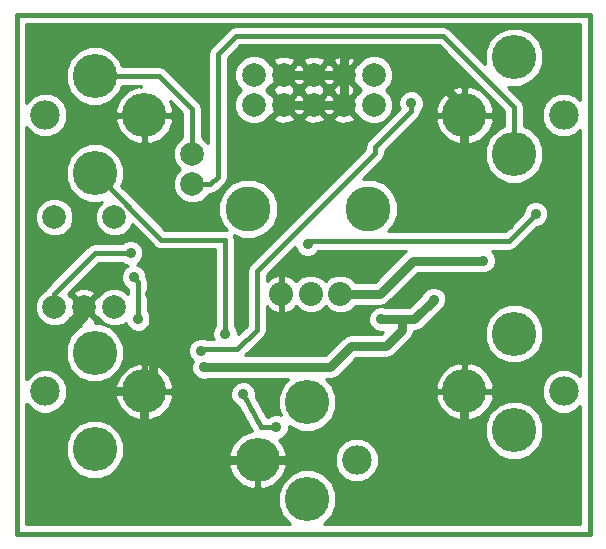
<source format=gbl>
G04 (created by PCBNEW-RS274X (2012-apr-16-27)-stable) date Thu 18 Jun 2015 14:48:37 CEST*
G01*
G70*
G90*
%MOIN*%
G04 Gerber Fmt 3.4, Leading zero omitted, Abs format*
%FSLAX34Y34*%
G04 APERTURE LIST*
%ADD10C,0.006000*%
%ADD11C,0.015000*%
%ADD12O,0.147600X0.147600*%
%ADD13O,0.098400X0.098400*%
%ADD14O,0.080000X0.080000*%
%ADD15C,0.150000*%
%ADD16C,0.078700*%
%ADD17C,0.035000*%
%ADD18C,0.015700*%
%ADD19C,0.031500*%
%ADD20C,0.010000*%
G04 APERTURE END LIST*
G54D10*
G54D11*
X42950Y-15550D02*
X43400Y-15550D01*
X43000Y-15550D02*
X62050Y-15550D01*
X42950Y-32850D02*
X42950Y-15600D01*
X62050Y-32850D02*
X42950Y-32850D01*
X62050Y-15600D02*
X62050Y-32850D01*
G54D12*
X57875Y-18898D03*
X59528Y-16969D03*
X59528Y-20197D03*
G54D13*
X61181Y-18898D03*
G54D12*
X47204Y-18898D03*
X45551Y-20827D03*
X45551Y-17599D03*
G54D13*
X43898Y-18898D03*
G54D14*
X51773Y-24852D03*
X52757Y-24852D03*
X53741Y-24852D03*
G54D15*
X50668Y-22025D03*
X54658Y-22025D03*
G54D16*
X50850Y-18550D03*
X50850Y-17550D03*
X51850Y-18550D03*
X51850Y-17550D03*
X52850Y-18550D03*
X52850Y-17550D03*
X53850Y-18550D03*
X53850Y-17550D03*
X54850Y-18550D03*
X54850Y-17550D03*
X48800Y-20200D03*
X48800Y-21200D03*
X44200Y-25300D03*
X45200Y-25300D03*
X46200Y-25300D03*
X46200Y-22300D03*
X44200Y-22300D03*
G54D12*
X57875Y-28110D03*
X59528Y-26181D03*
X59528Y-29409D03*
G54D13*
X61181Y-28110D03*
G54D12*
X50979Y-30394D03*
X52632Y-28465D03*
X52632Y-31693D03*
G54D13*
X54285Y-30394D03*
G54D12*
X47204Y-28111D03*
X45551Y-30040D03*
X45551Y-26812D03*
G54D13*
X43898Y-28111D03*
G54D17*
X58500Y-23750D03*
X49200Y-27300D03*
X55100Y-25700D03*
X56850Y-25050D03*
X59350Y-22550D03*
X47400Y-24850D03*
X52650Y-23200D03*
X60250Y-22200D03*
X46850Y-24300D03*
X47000Y-25700D03*
X49100Y-26750D03*
X56100Y-18500D03*
X51600Y-29300D03*
X50500Y-28200D03*
X46750Y-23500D03*
X49900Y-26200D03*
G54D18*
X57150Y-16250D02*
X50250Y-16250D01*
X59528Y-18628D02*
X57150Y-16250D01*
X45551Y-17599D02*
X47699Y-17599D01*
X48800Y-18700D02*
X48800Y-20200D01*
X47699Y-17599D02*
X48800Y-18700D01*
X59528Y-20197D02*
X59528Y-18628D01*
X49400Y-21200D02*
X48800Y-21200D01*
X49650Y-20950D02*
X49400Y-21200D01*
X49650Y-16850D02*
X49650Y-20950D01*
X50250Y-16250D02*
X49650Y-16850D01*
G54D19*
X53741Y-24852D02*
X55048Y-24852D01*
X55048Y-24852D02*
X56150Y-23750D01*
X56150Y-23750D02*
X58500Y-23750D01*
X56850Y-25050D02*
X56200Y-25700D01*
X49200Y-27300D02*
X53400Y-27300D01*
X53400Y-27300D02*
X54100Y-26600D01*
X54100Y-26600D02*
X55250Y-26600D01*
X55250Y-26600D02*
X55800Y-26050D01*
X55800Y-26050D02*
X55800Y-25700D01*
X56200Y-25700D02*
X55800Y-25700D01*
X55800Y-25700D02*
X55100Y-25700D01*
X47400Y-24850D02*
X47500Y-24950D01*
X50979Y-30394D02*
X52994Y-30394D01*
X53850Y-17000D02*
X53850Y-17550D01*
X57875Y-18625D02*
X56000Y-16750D01*
X48650Y-30700D02*
X47204Y-29254D01*
X52994Y-30394D02*
X54100Y-31500D01*
X57875Y-18898D02*
X57875Y-18625D01*
X50979Y-30394D02*
X49556Y-30394D01*
X55900Y-31500D02*
X57875Y-29525D01*
X59350Y-22550D02*
X57875Y-21075D01*
X57875Y-21075D02*
X57875Y-18898D01*
X54100Y-31500D02*
X55900Y-31500D01*
X51850Y-17550D02*
X53850Y-17550D01*
X56000Y-16750D02*
X54100Y-16750D01*
X49250Y-30700D02*
X48650Y-30700D01*
X47204Y-29254D02*
X47204Y-28111D01*
X44400Y-26400D02*
X44400Y-27300D01*
X45211Y-28111D02*
X47204Y-28111D01*
X49556Y-30394D02*
X49250Y-30700D01*
X47500Y-27815D02*
X47204Y-28111D01*
X45200Y-25300D02*
X45200Y-25600D01*
X57875Y-29525D02*
X57875Y-28110D01*
X54100Y-16750D02*
X53850Y-17000D01*
X44400Y-27300D02*
X45211Y-28111D01*
X53850Y-18550D02*
X53850Y-17550D01*
X45200Y-25600D02*
X44400Y-26400D01*
X47500Y-24950D02*
X47500Y-27815D01*
X51850Y-18550D02*
X53850Y-18550D01*
G54D18*
X52650Y-23200D02*
X52750Y-23100D01*
X59350Y-23100D02*
X60250Y-22200D01*
X52750Y-23100D02*
X59350Y-23100D01*
X47000Y-24450D02*
X47000Y-25700D01*
X46850Y-24300D02*
X47000Y-24450D01*
X50300Y-26700D02*
X50950Y-26050D01*
X56100Y-18750D02*
X56100Y-18500D01*
X49100Y-26750D02*
X49150Y-26700D01*
X54900Y-20150D02*
X54900Y-19950D01*
X54900Y-19950D02*
X56100Y-18750D01*
X50950Y-26050D02*
X50950Y-24100D01*
X49150Y-26700D02*
X50300Y-26700D01*
X50950Y-24100D02*
X54900Y-20150D01*
X51100Y-29300D02*
X51600Y-29300D01*
X50500Y-28200D02*
X51100Y-29300D01*
X44200Y-25300D02*
X44200Y-24850D01*
X45550Y-23500D02*
X46750Y-23500D01*
X44200Y-24850D02*
X45550Y-23500D01*
X47774Y-23050D02*
X45551Y-20827D01*
X48600Y-23050D02*
X47774Y-23050D01*
X49900Y-23050D02*
X48600Y-23050D01*
X49900Y-23600D02*
X49900Y-23050D01*
X49900Y-24050D02*
X49900Y-23600D01*
X49900Y-24550D02*
X49900Y-24050D01*
X49900Y-26200D02*
X49900Y-24550D01*
G54D10*
G36*
X61725Y-32525D02*
X60497Y-32525D01*
X60497Y-29621D01*
X60497Y-29236D01*
X60497Y-29198D01*
X60350Y-28842D01*
X60077Y-28569D01*
X59721Y-28421D01*
X59336Y-28421D01*
X58980Y-28568D01*
X58847Y-28701D01*
X58847Y-28315D01*
X58847Y-27905D01*
X58695Y-27549D01*
X58418Y-27278D01*
X58079Y-27144D01*
X57925Y-27186D01*
X57925Y-28060D01*
X58805Y-28060D01*
X58847Y-27905D01*
X58847Y-28315D01*
X58805Y-28160D01*
X57925Y-28160D01*
X57925Y-29034D01*
X58079Y-29076D01*
X58418Y-28942D01*
X58695Y-28671D01*
X58847Y-28315D01*
X58847Y-28701D01*
X58707Y-28841D01*
X58559Y-29197D01*
X58559Y-29582D01*
X58559Y-29620D01*
X58706Y-29976D01*
X58979Y-30249D01*
X59335Y-30397D01*
X59720Y-30397D01*
X60076Y-30250D01*
X60349Y-29977D01*
X60497Y-29621D01*
X60497Y-32525D01*
X57825Y-32525D01*
X57825Y-29034D01*
X57825Y-28160D01*
X57825Y-28060D01*
X57825Y-27186D01*
X57671Y-27144D01*
X57332Y-27278D01*
X57055Y-27549D01*
X56903Y-27905D01*
X56945Y-28060D01*
X57825Y-28060D01*
X57825Y-28160D01*
X56945Y-28160D01*
X56903Y-28315D01*
X57055Y-28671D01*
X57332Y-28942D01*
X57671Y-29076D01*
X57825Y-29034D01*
X57825Y-32525D01*
X55013Y-32525D01*
X55013Y-30554D01*
X55013Y-30264D01*
X55013Y-30236D01*
X54902Y-29968D01*
X54698Y-29763D01*
X54431Y-29652D01*
X54141Y-29652D01*
X53873Y-29763D01*
X53668Y-29967D01*
X53557Y-30234D01*
X53557Y-30524D01*
X53557Y-30552D01*
X53668Y-30820D01*
X53872Y-31025D01*
X54139Y-31136D01*
X54429Y-31136D01*
X54697Y-31025D01*
X54902Y-30821D01*
X55013Y-30554D01*
X55013Y-32525D01*
X53189Y-32525D01*
X53453Y-32261D01*
X53601Y-31905D01*
X53601Y-31520D01*
X53601Y-31482D01*
X53454Y-31126D01*
X53181Y-30853D01*
X52825Y-30705D01*
X52440Y-30705D01*
X52084Y-30852D01*
X51951Y-30985D01*
X51951Y-30599D01*
X51909Y-30444D01*
X51029Y-30444D01*
X51029Y-31318D01*
X51183Y-31360D01*
X51522Y-31226D01*
X51799Y-30955D01*
X51951Y-30599D01*
X51951Y-30985D01*
X51811Y-31125D01*
X51663Y-31481D01*
X51663Y-31866D01*
X51663Y-31904D01*
X51810Y-32260D01*
X52075Y-32525D01*
X50929Y-32525D01*
X50929Y-31318D01*
X50929Y-30444D01*
X50049Y-30444D01*
X50007Y-30599D01*
X50159Y-30955D01*
X50436Y-31226D01*
X50775Y-31360D01*
X50929Y-31318D01*
X50929Y-32525D01*
X48176Y-32525D01*
X48176Y-28316D01*
X48176Y-27906D01*
X48024Y-27550D01*
X47747Y-27279D01*
X47425Y-27151D01*
X47425Y-25785D01*
X47425Y-25616D01*
X47361Y-25460D01*
X47328Y-25427D01*
X47328Y-24450D01*
X47303Y-24325D01*
X47303Y-24324D01*
X47275Y-24282D01*
X47275Y-24216D01*
X47211Y-24060D01*
X47091Y-23940D01*
X46945Y-23879D01*
X46990Y-23861D01*
X47110Y-23741D01*
X47175Y-23585D01*
X47175Y-23416D01*
X47111Y-23260D01*
X46991Y-23140D01*
X46835Y-23075D01*
X46666Y-23075D01*
X46510Y-23139D01*
X46477Y-23172D01*
X45550Y-23172D01*
X45424Y-23197D01*
X45318Y-23268D01*
X44843Y-23743D01*
X44843Y-22429D01*
X44843Y-22173D01*
X44745Y-21937D01*
X44565Y-21756D01*
X44329Y-21657D01*
X44073Y-21657D01*
X43837Y-21755D01*
X43656Y-21935D01*
X43557Y-22171D01*
X43557Y-22427D01*
X43655Y-22663D01*
X43835Y-22844D01*
X44071Y-22943D01*
X44327Y-22943D01*
X44563Y-22845D01*
X44744Y-22665D01*
X44843Y-22429D01*
X44843Y-23743D01*
X43968Y-24618D01*
X43897Y-24724D01*
X43895Y-24730D01*
X43837Y-24755D01*
X43656Y-24935D01*
X43557Y-25171D01*
X43557Y-25427D01*
X43655Y-25663D01*
X43835Y-25844D01*
X44071Y-25943D01*
X44327Y-25943D01*
X44563Y-25845D01*
X44741Y-25667D01*
X44756Y-25673D01*
X45129Y-25300D01*
X44756Y-24927D01*
X44740Y-24932D01*
X44661Y-24852D01*
X45686Y-23828D01*
X46477Y-23828D01*
X46509Y-23860D01*
X46654Y-23920D01*
X46610Y-23939D01*
X46490Y-24059D01*
X46425Y-24215D01*
X46425Y-24384D01*
X46489Y-24540D01*
X46609Y-24660D01*
X46672Y-24686D01*
X46672Y-24863D01*
X46565Y-24756D01*
X46329Y-24657D01*
X46073Y-24657D01*
X45837Y-24755D01*
X45658Y-24932D01*
X45644Y-24927D01*
X45573Y-24998D01*
X45573Y-24856D01*
X45536Y-24752D01*
X45300Y-24665D01*
X45050Y-24675D01*
X44864Y-24752D01*
X44827Y-24856D01*
X45200Y-25229D01*
X45573Y-24856D01*
X45573Y-24998D01*
X45271Y-25300D01*
X45644Y-25673D01*
X45659Y-25667D01*
X45835Y-25844D01*
X46071Y-25943D01*
X46327Y-25943D01*
X46563Y-25845D01*
X46589Y-25818D01*
X46639Y-25940D01*
X46759Y-26060D01*
X46915Y-26125D01*
X47084Y-26125D01*
X47240Y-26061D01*
X47360Y-25941D01*
X47425Y-25785D01*
X47425Y-27151D01*
X47408Y-27145D01*
X47254Y-27187D01*
X47254Y-28061D01*
X48134Y-28061D01*
X48176Y-27906D01*
X48176Y-28316D01*
X48134Y-28161D01*
X47254Y-28161D01*
X47254Y-29035D01*
X47408Y-29077D01*
X47747Y-28943D01*
X48024Y-28672D01*
X48176Y-28316D01*
X48176Y-32525D01*
X47154Y-32525D01*
X47154Y-29035D01*
X47154Y-28161D01*
X47154Y-28061D01*
X47154Y-27187D01*
X47000Y-27145D01*
X46661Y-27279D01*
X46520Y-27416D01*
X46520Y-27024D01*
X46520Y-26639D01*
X46520Y-26601D01*
X46373Y-26245D01*
X46100Y-25972D01*
X45744Y-25824D01*
X45544Y-25824D01*
X45573Y-25744D01*
X45200Y-25371D01*
X44827Y-25744D01*
X44864Y-25848D01*
X45094Y-25933D01*
X45003Y-25971D01*
X44730Y-26244D01*
X44582Y-26600D01*
X44582Y-26985D01*
X44582Y-27023D01*
X44729Y-27379D01*
X45002Y-27652D01*
X45358Y-27800D01*
X45743Y-27800D01*
X46099Y-27653D01*
X46372Y-27380D01*
X46520Y-27024D01*
X46520Y-27416D01*
X46384Y-27550D01*
X46232Y-27906D01*
X46274Y-28061D01*
X47154Y-28061D01*
X47154Y-28161D01*
X46274Y-28161D01*
X46232Y-28316D01*
X46384Y-28672D01*
X46661Y-28943D01*
X47000Y-29077D01*
X47154Y-29035D01*
X47154Y-32525D01*
X46520Y-32525D01*
X46520Y-30252D01*
X46520Y-29867D01*
X46520Y-29829D01*
X46373Y-29473D01*
X46100Y-29200D01*
X45744Y-29052D01*
X45359Y-29052D01*
X45003Y-29199D01*
X44730Y-29472D01*
X44582Y-29828D01*
X44582Y-30213D01*
X44582Y-30251D01*
X44729Y-30607D01*
X45002Y-30880D01*
X45358Y-31028D01*
X45743Y-31028D01*
X46099Y-30881D01*
X46372Y-30608D01*
X46520Y-30252D01*
X46520Y-32525D01*
X43275Y-32525D01*
X43275Y-28522D01*
X43281Y-28537D01*
X43485Y-28742D01*
X43752Y-28853D01*
X44042Y-28853D01*
X44310Y-28742D01*
X44515Y-28538D01*
X44626Y-28271D01*
X44626Y-27981D01*
X44626Y-27953D01*
X44515Y-27685D01*
X44311Y-27480D01*
X44044Y-27369D01*
X43754Y-27369D01*
X43486Y-27480D01*
X43281Y-27684D01*
X43275Y-27698D01*
X43275Y-19309D01*
X43281Y-19324D01*
X43485Y-19529D01*
X43752Y-19640D01*
X44042Y-19640D01*
X44310Y-19529D01*
X44515Y-19325D01*
X44626Y-19058D01*
X44626Y-18768D01*
X44626Y-18740D01*
X44515Y-18472D01*
X44311Y-18267D01*
X44044Y-18156D01*
X43754Y-18156D01*
X43486Y-18267D01*
X43281Y-18471D01*
X43275Y-18485D01*
X43275Y-15875D01*
X43400Y-15875D01*
X61725Y-15875D01*
X61725Y-18398D01*
X61594Y-18267D01*
X61327Y-18156D01*
X61037Y-18156D01*
X60769Y-18267D01*
X60564Y-18471D01*
X60453Y-18738D01*
X60453Y-19028D01*
X60453Y-19056D01*
X60564Y-19324D01*
X60768Y-19529D01*
X61035Y-19640D01*
X61325Y-19640D01*
X61593Y-19529D01*
X61725Y-19397D01*
X61725Y-27610D01*
X61594Y-27479D01*
X61327Y-27368D01*
X61037Y-27368D01*
X60769Y-27479D01*
X60675Y-27572D01*
X60675Y-22285D01*
X60675Y-22116D01*
X60611Y-21960D01*
X60497Y-21846D01*
X60497Y-20409D01*
X60497Y-20024D01*
X60497Y-19986D01*
X60350Y-19630D01*
X60077Y-19357D01*
X59856Y-19265D01*
X59856Y-18628D01*
X59855Y-18627D01*
X59831Y-18502D01*
X59760Y-18396D01*
X59759Y-18395D01*
X59311Y-17947D01*
X59335Y-17957D01*
X59720Y-17957D01*
X60076Y-17810D01*
X60349Y-17537D01*
X60497Y-17181D01*
X60497Y-16796D01*
X60497Y-16758D01*
X60350Y-16402D01*
X60077Y-16129D01*
X59721Y-15981D01*
X59336Y-15981D01*
X58980Y-16128D01*
X58707Y-16401D01*
X58559Y-16757D01*
X58559Y-17142D01*
X58559Y-17180D01*
X58569Y-17205D01*
X57382Y-16018D01*
X57276Y-15947D01*
X57150Y-15922D01*
X50250Y-15922D01*
X50124Y-15947D01*
X50018Y-16018D01*
X49418Y-16618D01*
X49347Y-16724D01*
X49322Y-16850D01*
X49322Y-19813D01*
X49165Y-19656D01*
X49128Y-19640D01*
X49128Y-18700D01*
X49103Y-18575D01*
X49103Y-18574D01*
X49032Y-18468D01*
X47931Y-17367D01*
X47825Y-17296D01*
X47699Y-17271D01*
X46471Y-17271D01*
X46373Y-17032D01*
X46100Y-16759D01*
X45744Y-16611D01*
X45359Y-16611D01*
X45003Y-16758D01*
X44730Y-17031D01*
X44582Y-17387D01*
X44582Y-17772D01*
X44582Y-17810D01*
X44729Y-18166D01*
X45002Y-18439D01*
X45358Y-18587D01*
X45743Y-18587D01*
X46099Y-18440D01*
X46372Y-18167D01*
X46471Y-17927D01*
X47104Y-17927D01*
X47104Y-17960D01*
X47000Y-17932D01*
X46661Y-18066D01*
X46384Y-18337D01*
X46232Y-18693D01*
X46274Y-18848D01*
X47104Y-18848D01*
X47154Y-18848D01*
X47254Y-18848D01*
X47304Y-18848D01*
X48134Y-18848D01*
X48176Y-18693D01*
X48062Y-18426D01*
X48472Y-18836D01*
X48472Y-19640D01*
X48437Y-19655D01*
X48256Y-19835D01*
X48176Y-20025D01*
X48176Y-19103D01*
X48134Y-18948D01*
X47254Y-18948D01*
X47254Y-19822D01*
X47408Y-19864D01*
X47747Y-19730D01*
X48024Y-19459D01*
X48176Y-19103D01*
X48176Y-20025D01*
X48157Y-20071D01*
X48157Y-20327D01*
X48255Y-20563D01*
X48391Y-20700D01*
X48256Y-20835D01*
X48157Y-21071D01*
X48157Y-21327D01*
X48255Y-21563D01*
X48435Y-21744D01*
X48671Y-21843D01*
X48927Y-21843D01*
X49163Y-21745D01*
X49344Y-21565D01*
X49359Y-21528D01*
X49400Y-21528D01*
X49525Y-21503D01*
X49526Y-21503D01*
X49632Y-21432D01*
X49882Y-21182D01*
X49953Y-21076D01*
X49978Y-20950D01*
X49978Y-16986D01*
X50386Y-16578D01*
X57014Y-16578D01*
X59200Y-18764D01*
X59200Y-19265D01*
X58980Y-19356D01*
X58847Y-19489D01*
X58847Y-19103D01*
X58847Y-18693D01*
X58695Y-18337D01*
X58418Y-18066D01*
X58079Y-17932D01*
X57925Y-17974D01*
X57925Y-18848D01*
X58805Y-18848D01*
X58847Y-18693D01*
X58847Y-19103D01*
X58805Y-18948D01*
X57925Y-18948D01*
X57925Y-19822D01*
X58079Y-19864D01*
X58418Y-19730D01*
X58695Y-19459D01*
X58847Y-19103D01*
X58847Y-19489D01*
X58707Y-19629D01*
X58559Y-19985D01*
X58559Y-20370D01*
X58559Y-20408D01*
X58706Y-20764D01*
X58979Y-21037D01*
X59335Y-21185D01*
X59720Y-21185D01*
X60076Y-21038D01*
X60349Y-20765D01*
X60497Y-20409D01*
X60497Y-21846D01*
X60491Y-21840D01*
X60335Y-21775D01*
X60166Y-21775D01*
X60010Y-21839D01*
X59890Y-21959D01*
X59825Y-22115D01*
X59825Y-22161D01*
X59214Y-22772D01*
X57825Y-22772D01*
X57825Y-19822D01*
X57825Y-18948D01*
X57825Y-18848D01*
X57825Y-17974D01*
X57671Y-17932D01*
X57332Y-18066D01*
X57055Y-18337D01*
X56903Y-18693D01*
X56945Y-18848D01*
X57825Y-18848D01*
X57825Y-18948D01*
X56945Y-18948D01*
X56903Y-19103D01*
X57055Y-19459D01*
X57332Y-19730D01*
X57671Y-19864D01*
X57825Y-19822D01*
X57825Y-22772D01*
X55325Y-22772D01*
X55505Y-22592D01*
X55658Y-22225D01*
X55658Y-21827D01*
X55506Y-21459D01*
X55225Y-21178D01*
X54858Y-21025D01*
X54489Y-21025D01*
X55132Y-20382D01*
X55203Y-20276D01*
X55203Y-20275D01*
X55228Y-20150D01*
X55228Y-20086D01*
X56332Y-18982D01*
X56403Y-18876D01*
X56403Y-18875D01*
X56422Y-18778D01*
X56460Y-18741D01*
X56525Y-18585D01*
X56525Y-18416D01*
X56461Y-18260D01*
X56341Y-18140D01*
X56185Y-18075D01*
X56016Y-18075D01*
X55860Y-18139D01*
X55740Y-18259D01*
X55675Y-18415D01*
X55675Y-18584D01*
X55711Y-18674D01*
X55493Y-18892D01*
X55493Y-18679D01*
X55493Y-18423D01*
X55395Y-18187D01*
X55258Y-18049D01*
X55394Y-17915D01*
X55493Y-17679D01*
X55493Y-17423D01*
X55395Y-17187D01*
X55215Y-17006D01*
X54979Y-16907D01*
X54723Y-16907D01*
X54487Y-17005D01*
X54308Y-17182D01*
X54294Y-17177D01*
X54223Y-17248D01*
X54223Y-17106D01*
X54186Y-17002D01*
X53950Y-16915D01*
X53700Y-16925D01*
X53514Y-17002D01*
X53477Y-17106D01*
X53850Y-17479D01*
X54223Y-17106D01*
X54223Y-17248D01*
X53921Y-17550D01*
X54294Y-17923D01*
X54309Y-17917D01*
X54441Y-18050D01*
X54308Y-18182D01*
X54294Y-18177D01*
X54223Y-18248D01*
X54223Y-18106D01*
X54203Y-18050D01*
X54223Y-17994D01*
X53850Y-17621D01*
X53779Y-17692D01*
X53779Y-17550D01*
X53406Y-17177D01*
X53350Y-17196D01*
X53294Y-17177D01*
X53223Y-17248D01*
X53223Y-17106D01*
X53186Y-17002D01*
X52950Y-16915D01*
X52700Y-16925D01*
X52514Y-17002D01*
X52477Y-17106D01*
X52850Y-17479D01*
X53223Y-17106D01*
X53223Y-17248D01*
X52921Y-17550D01*
X53294Y-17923D01*
X53350Y-17903D01*
X53406Y-17923D01*
X53779Y-17550D01*
X53779Y-17692D01*
X53477Y-17994D01*
X53496Y-18050D01*
X53477Y-18106D01*
X53850Y-18479D01*
X54223Y-18106D01*
X54223Y-18248D01*
X53921Y-18550D01*
X54294Y-18923D01*
X54309Y-18917D01*
X54485Y-19094D01*
X54721Y-19193D01*
X54977Y-19193D01*
X55213Y-19095D01*
X55394Y-18915D01*
X55493Y-18679D01*
X55493Y-18892D01*
X54668Y-19718D01*
X54597Y-19824D01*
X54572Y-19950D01*
X54572Y-20014D01*
X54223Y-20363D01*
X54223Y-18994D01*
X53850Y-18621D01*
X53779Y-18692D01*
X53779Y-18550D01*
X53406Y-18177D01*
X53350Y-18196D01*
X53294Y-18177D01*
X53223Y-18248D01*
X53223Y-18106D01*
X53203Y-18050D01*
X53223Y-17994D01*
X52850Y-17621D01*
X52779Y-17692D01*
X52779Y-17550D01*
X52406Y-17177D01*
X52350Y-17196D01*
X52294Y-17177D01*
X52223Y-17248D01*
X52223Y-17106D01*
X52186Y-17002D01*
X51950Y-16915D01*
X51700Y-16925D01*
X51514Y-17002D01*
X51477Y-17106D01*
X51850Y-17479D01*
X52223Y-17106D01*
X52223Y-17248D01*
X51921Y-17550D01*
X52294Y-17923D01*
X52350Y-17903D01*
X52406Y-17923D01*
X52779Y-17550D01*
X52779Y-17692D01*
X52477Y-17994D01*
X52496Y-18050D01*
X52477Y-18106D01*
X52850Y-18479D01*
X53223Y-18106D01*
X53223Y-18248D01*
X52921Y-18550D01*
X53294Y-18923D01*
X53350Y-18903D01*
X53406Y-18923D01*
X53779Y-18550D01*
X53779Y-18692D01*
X53477Y-18994D01*
X53514Y-19098D01*
X53750Y-19185D01*
X54000Y-19175D01*
X54186Y-19098D01*
X54223Y-18994D01*
X54223Y-20363D01*
X53223Y-21363D01*
X53223Y-18994D01*
X52850Y-18621D01*
X52779Y-18692D01*
X52779Y-18550D01*
X52406Y-18177D01*
X52350Y-18196D01*
X52294Y-18177D01*
X52223Y-18248D01*
X52223Y-18106D01*
X52203Y-18050D01*
X52223Y-17994D01*
X51850Y-17621D01*
X51477Y-17994D01*
X51496Y-18050D01*
X51477Y-18106D01*
X51850Y-18479D01*
X52223Y-18106D01*
X52223Y-18248D01*
X51921Y-18550D01*
X52294Y-18923D01*
X52350Y-18903D01*
X52406Y-18923D01*
X52779Y-18550D01*
X52779Y-18692D01*
X52477Y-18994D01*
X52514Y-19098D01*
X52750Y-19185D01*
X53000Y-19175D01*
X53186Y-19098D01*
X53223Y-18994D01*
X53223Y-21363D01*
X52223Y-22363D01*
X52223Y-18994D01*
X51850Y-18621D01*
X51779Y-18692D01*
X51779Y-18550D01*
X51406Y-18177D01*
X51390Y-18182D01*
X51258Y-18049D01*
X51391Y-17917D01*
X51406Y-17923D01*
X51779Y-17550D01*
X51406Y-17177D01*
X51390Y-17182D01*
X51215Y-17006D01*
X50979Y-16907D01*
X50723Y-16907D01*
X50487Y-17005D01*
X50306Y-17185D01*
X50207Y-17421D01*
X50207Y-17677D01*
X50305Y-17913D01*
X50441Y-18050D01*
X50306Y-18185D01*
X50207Y-18421D01*
X50207Y-18677D01*
X50305Y-18913D01*
X50485Y-19094D01*
X50721Y-19193D01*
X50977Y-19193D01*
X51213Y-19095D01*
X51391Y-18917D01*
X51406Y-18923D01*
X51779Y-18550D01*
X51779Y-18692D01*
X51477Y-18994D01*
X51514Y-19098D01*
X51750Y-19185D01*
X52000Y-19175D01*
X52186Y-19098D01*
X52223Y-18994D01*
X52223Y-22363D01*
X50718Y-23868D01*
X50647Y-23974D01*
X50622Y-24100D01*
X50622Y-25914D01*
X50325Y-26211D01*
X50325Y-26116D01*
X50261Y-25960D01*
X50228Y-25927D01*
X50228Y-24550D01*
X50228Y-24050D01*
X50228Y-23600D01*
X50228Y-23050D01*
X50203Y-22924D01*
X50194Y-22910D01*
X50468Y-23025D01*
X50866Y-23025D01*
X51234Y-22873D01*
X51515Y-22592D01*
X51668Y-22225D01*
X51668Y-21827D01*
X51516Y-21459D01*
X51235Y-21178D01*
X50868Y-21025D01*
X50470Y-21025D01*
X50102Y-21177D01*
X49821Y-21458D01*
X49668Y-21825D01*
X49668Y-22223D01*
X49820Y-22591D01*
X49963Y-22734D01*
X49900Y-22722D01*
X48600Y-22722D01*
X47909Y-22722D01*
X47154Y-21967D01*
X47154Y-19822D01*
X47154Y-18948D01*
X46274Y-18948D01*
X46232Y-19103D01*
X46384Y-19459D01*
X46661Y-19730D01*
X47000Y-19864D01*
X47154Y-19822D01*
X47154Y-21967D01*
X46433Y-21246D01*
X46520Y-21039D01*
X46520Y-20654D01*
X46520Y-20616D01*
X46373Y-20260D01*
X46100Y-19987D01*
X45744Y-19839D01*
X45359Y-19839D01*
X45003Y-19986D01*
X44730Y-20259D01*
X44582Y-20615D01*
X44582Y-21000D01*
X44582Y-21038D01*
X44729Y-21394D01*
X45002Y-21667D01*
X45358Y-21815D01*
X45743Y-21815D01*
X45800Y-21791D01*
X45656Y-21935D01*
X45557Y-22171D01*
X45557Y-22427D01*
X45655Y-22663D01*
X45835Y-22844D01*
X46071Y-22943D01*
X46327Y-22943D01*
X46563Y-22845D01*
X46744Y-22665D01*
X46797Y-22537D01*
X47539Y-23278D01*
X47542Y-23282D01*
X47648Y-23353D01*
X47773Y-23378D01*
X47773Y-23377D01*
X47774Y-23378D01*
X48600Y-23378D01*
X49572Y-23378D01*
X49572Y-23600D01*
X49572Y-24050D01*
X49572Y-24550D01*
X49572Y-25927D01*
X49540Y-25959D01*
X49475Y-26115D01*
X49475Y-26284D01*
X49511Y-26372D01*
X49297Y-26372D01*
X49185Y-26325D01*
X49016Y-26325D01*
X48860Y-26389D01*
X48740Y-26509D01*
X48675Y-26665D01*
X48675Y-26834D01*
X48739Y-26990D01*
X48830Y-27081D01*
X48775Y-27215D01*
X48775Y-27384D01*
X48839Y-27540D01*
X48959Y-27660D01*
X49115Y-27725D01*
X49284Y-27725D01*
X49327Y-27707D01*
X52001Y-27707D01*
X51811Y-27897D01*
X51663Y-28253D01*
X51663Y-28638D01*
X51663Y-28676D01*
X51757Y-28905D01*
X51685Y-28875D01*
X51516Y-28875D01*
X51360Y-28939D01*
X51327Y-28972D01*
X51294Y-28972D01*
X50922Y-28290D01*
X50925Y-28285D01*
X50925Y-28116D01*
X50861Y-27960D01*
X50741Y-27840D01*
X50585Y-27775D01*
X50416Y-27775D01*
X50260Y-27839D01*
X50140Y-27959D01*
X50075Y-28115D01*
X50075Y-28284D01*
X50139Y-28440D01*
X50259Y-28560D01*
X50341Y-28594D01*
X50799Y-29434D01*
X50775Y-29428D01*
X50436Y-29562D01*
X50159Y-29833D01*
X50007Y-30189D01*
X50049Y-30344D01*
X50879Y-30344D01*
X50929Y-30344D01*
X51029Y-30344D01*
X51079Y-30344D01*
X51909Y-30344D01*
X51951Y-30189D01*
X51799Y-29833D01*
X51687Y-29723D01*
X51840Y-29661D01*
X51960Y-29541D01*
X52025Y-29385D01*
X52025Y-29247D01*
X52083Y-29305D01*
X52439Y-29453D01*
X52824Y-29453D01*
X53180Y-29306D01*
X53453Y-29033D01*
X53601Y-28677D01*
X53601Y-28292D01*
X53601Y-28254D01*
X53454Y-27898D01*
X53263Y-27707D01*
X53400Y-27707D01*
X53556Y-27676D01*
X53688Y-27588D01*
X54268Y-27007D01*
X55250Y-27007D01*
X55406Y-26976D01*
X55538Y-26888D01*
X56085Y-26339D01*
X56087Y-26338D01*
X56088Y-26338D01*
X56176Y-26206D01*
X56195Y-26107D01*
X56200Y-26107D01*
X56356Y-26076D01*
X56488Y-25988D01*
X57047Y-25428D01*
X57090Y-25411D01*
X57210Y-25291D01*
X57275Y-25135D01*
X57275Y-24966D01*
X57211Y-24810D01*
X57091Y-24690D01*
X56935Y-24625D01*
X56766Y-24625D01*
X56610Y-24689D01*
X56490Y-24809D01*
X56472Y-24851D01*
X56031Y-25293D01*
X55800Y-25293D01*
X55228Y-25293D01*
X55185Y-25275D01*
X55016Y-25275D01*
X54860Y-25339D01*
X54740Y-25459D01*
X54675Y-25615D01*
X54675Y-25784D01*
X54739Y-25940D01*
X54859Y-26060D01*
X55015Y-26125D01*
X55149Y-26125D01*
X55081Y-26193D01*
X54100Y-26193D01*
X54099Y-26193D01*
X53944Y-26224D01*
X53812Y-26312D01*
X53810Y-26314D01*
X53231Y-26893D01*
X50571Y-26893D01*
X51182Y-26282D01*
X51253Y-26176D01*
X51253Y-26175D01*
X51278Y-26050D01*
X51278Y-25266D01*
X51388Y-25385D01*
X51621Y-25492D01*
X51723Y-25446D01*
X51723Y-24952D01*
X51723Y-24902D01*
X51723Y-24802D01*
X51723Y-24752D01*
X51723Y-24258D01*
X51621Y-24212D01*
X51388Y-24319D01*
X51278Y-24437D01*
X51278Y-24236D01*
X52226Y-23287D01*
X52289Y-23440D01*
X52409Y-23560D01*
X52565Y-23625D01*
X52734Y-23625D01*
X52890Y-23561D01*
X53010Y-23441D01*
X53015Y-23428D01*
X55913Y-23428D01*
X55862Y-23462D01*
X55860Y-23464D01*
X54879Y-24445D01*
X54248Y-24445D01*
X54115Y-24312D01*
X53881Y-24214D01*
X53627Y-24214D01*
X53603Y-24214D01*
X53368Y-24311D01*
X53249Y-24430D01*
X53131Y-24312D01*
X52897Y-24214D01*
X52643Y-24214D01*
X52619Y-24214D01*
X52384Y-24311D01*
X52263Y-24431D01*
X52158Y-24319D01*
X51925Y-24212D01*
X51823Y-24258D01*
X51823Y-24752D01*
X51823Y-24802D01*
X51823Y-24902D01*
X51823Y-24952D01*
X51823Y-25446D01*
X51925Y-25492D01*
X52158Y-25385D01*
X52263Y-25272D01*
X52383Y-25392D01*
X52617Y-25490D01*
X52871Y-25490D01*
X52895Y-25490D01*
X53130Y-25393D01*
X53249Y-25274D01*
X53367Y-25392D01*
X53601Y-25490D01*
X53855Y-25490D01*
X53879Y-25490D01*
X54114Y-25393D01*
X54248Y-25259D01*
X55048Y-25259D01*
X55204Y-25228D01*
X55336Y-25140D01*
X56318Y-24157D01*
X58371Y-24157D01*
X58415Y-24175D01*
X58584Y-24175D01*
X58740Y-24111D01*
X58860Y-23991D01*
X58925Y-23835D01*
X58925Y-23666D01*
X58861Y-23510D01*
X58779Y-23428D01*
X59350Y-23428D01*
X59475Y-23403D01*
X59476Y-23403D01*
X59582Y-23332D01*
X60288Y-22625D01*
X60334Y-22625D01*
X60490Y-22561D01*
X60610Y-22441D01*
X60675Y-22285D01*
X60675Y-27572D01*
X60564Y-27683D01*
X60497Y-27844D01*
X60497Y-26393D01*
X60497Y-26008D01*
X60497Y-25970D01*
X60350Y-25614D01*
X60077Y-25341D01*
X59721Y-25193D01*
X59336Y-25193D01*
X58980Y-25340D01*
X58707Y-25613D01*
X58559Y-25969D01*
X58559Y-26354D01*
X58559Y-26392D01*
X58706Y-26748D01*
X58979Y-27021D01*
X59335Y-27169D01*
X59720Y-27169D01*
X60076Y-27022D01*
X60349Y-26749D01*
X60497Y-26393D01*
X60497Y-27844D01*
X60453Y-27950D01*
X60453Y-28240D01*
X60453Y-28268D01*
X60564Y-28536D01*
X60768Y-28741D01*
X61035Y-28852D01*
X61325Y-28852D01*
X61593Y-28741D01*
X61725Y-28609D01*
X61725Y-32525D01*
X61725Y-32525D01*
G37*
G54D20*
X61725Y-32525D02*
X60497Y-32525D01*
X60497Y-29621D01*
X60497Y-29236D01*
X60497Y-29198D01*
X60350Y-28842D01*
X60077Y-28569D01*
X59721Y-28421D01*
X59336Y-28421D01*
X58980Y-28568D01*
X58847Y-28701D01*
X58847Y-28315D01*
X58847Y-27905D01*
X58695Y-27549D01*
X58418Y-27278D01*
X58079Y-27144D01*
X57925Y-27186D01*
X57925Y-28060D01*
X58805Y-28060D01*
X58847Y-27905D01*
X58847Y-28315D01*
X58805Y-28160D01*
X57925Y-28160D01*
X57925Y-29034D01*
X58079Y-29076D01*
X58418Y-28942D01*
X58695Y-28671D01*
X58847Y-28315D01*
X58847Y-28701D01*
X58707Y-28841D01*
X58559Y-29197D01*
X58559Y-29582D01*
X58559Y-29620D01*
X58706Y-29976D01*
X58979Y-30249D01*
X59335Y-30397D01*
X59720Y-30397D01*
X60076Y-30250D01*
X60349Y-29977D01*
X60497Y-29621D01*
X60497Y-32525D01*
X57825Y-32525D01*
X57825Y-29034D01*
X57825Y-28160D01*
X57825Y-28060D01*
X57825Y-27186D01*
X57671Y-27144D01*
X57332Y-27278D01*
X57055Y-27549D01*
X56903Y-27905D01*
X56945Y-28060D01*
X57825Y-28060D01*
X57825Y-28160D01*
X56945Y-28160D01*
X56903Y-28315D01*
X57055Y-28671D01*
X57332Y-28942D01*
X57671Y-29076D01*
X57825Y-29034D01*
X57825Y-32525D01*
X55013Y-32525D01*
X55013Y-30554D01*
X55013Y-30264D01*
X55013Y-30236D01*
X54902Y-29968D01*
X54698Y-29763D01*
X54431Y-29652D01*
X54141Y-29652D01*
X53873Y-29763D01*
X53668Y-29967D01*
X53557Y-30234D01*
X53557Y-30524D01*
X53557Y-30552D01*
X53668Y-30820D01*
X53872Y-31025D01*
X54139Y-31136D01*
X54429Y-31136D01*
X54697Y-31025D01*
X54902Y-30821D01*
X55013Y-30554D01*
X55013Y-32525D01*
X53189Y-32525D01*
X53453Y-32261D01*
X53601Y-31905D01*
X53601Y-31520D01*
X53601Y-31482D01*
X53454Y-31126D01*
X53181Y-30853D01*
X52825Y-30705D01*
X52440Y-30705D01*
X52084Y-30852D01*
X51951Y-30985D01*
X51951Y-30599D01*
X51909Y-30444D01*
X51029Y-30444D01*
X51029Y-31318D01*
X51183Y-31360D01*
X51522Y-31226D01*
X51799Y-30955D01*
X51951Y-30599D01*
X51951Y-30985D01*
X51811Y-31125D01*
X51663Y-31481D01*
X51663Y-31866D01*
X51663Y-31904D01*
X51810Y-32260D01*
X52075Y-32525D01*
X50929Y-32525D01*
X50929Y-31318D01*
X50929Y-30444D01*
X50049Y-30444D01*
X50007Y-30599D01*
X50159Y-30955D01*
X50436Y-31226D01*
X50775Y-31360D01*
X50929Y-31318D01*
X50929Y-32525D01*
X48176Y-32525D01*
X48176Y-28316D01*
X48176Y-27906D01*
X48024Y-27550D01*
X47747Y-27279D01*
X47425Y-27151D01*
X47425Y-25785D01*
X47425Y-25616D01*
X47361Y-25460D01*
X47328Y-25427D01*
X47328Y-24450D01*
X47303Y-24325D01*
X47303Y-24324D01*
X47275Y-24282D01*
X47275Y-24216D01*
X47211Y-24060D01*
X47091Y-23940D01*
X46945Y-23879D01*
X46990Y-23861D01*
X47110Y-23741D01*
X47175Y-23585D01*
X47175Y-23416D01*
X47111Y-23260D01*
X46991Y-23140D01*
X46835Y-23075D01*
X46666Y-23075D01*
X46510Y-23139D01*
X46477Y-23172D01*
X45550Y-23172D01*
X45424Y-23197D01*
X45318Y-23268D01*
X44843Y-23743D01*
X44843Y-22429D01*
X44843Y-22173D01*
X44745Y-21937D01*
X44565Y-21756D01*
X44329Y-21657D01*
X44073Y-21657D01*
X43837Y-21755D01*
X43656Y-21935D01*
X43557Y-22171D01*
X43557Y-22427D01*
X43655Y-22663D01*
X43835Y-22844D01*
X44071Y-22943D01*
X44327Y-22943D01*
X44563Y-22845D01*
X44744Y-22665D01*
X44843Y-22429D01*
X44843Y-23743D01*
X43968Y-24618D01*
X43897Y-24724D01*
X43895Y-24730D01*
X43837Y-24755D01*
X43656Y-24935D01*
X43557Y-25171D01*
X43557Y-25427D01*
X43655Y-25663D01*
X43835Y-25844D01*
X44071Y-25943D01*
X44327Y-25943D01*
X44563Y-25845D01*
X44741Y-25667D01*
X44756Y-25673D01*
X45129Y-25300D01*
X44756Y-24927D01*
X44740Y-24932D01*
X44661Y-24852D01*
X45686Y-23828D01*
X46477Y-23828D01*
X46509Y-23860D01*
X46654Y-23920D01*
X46610Y-23939D01*
X46490Y-24059D01*
X46425Y-24215D01*
X46425Y-24384D01*
X46489Y-24540D01*
X46609Y-24660D01*
X46672Y-24686D01*
X46672Y-24863D01*
X46565Y-24756D01*
X46329Y-24657D01*
X46073Y-24657D01*
X45837Y-24755D01*
X45658Y-24932D01*
X45644Y-24927D01*
X45573Y-24998D01*
X45573Y-24856D01*
X45536Y-24752D01*
X45300Y-24665D01*
X45050Y-24675D01*
X44864Y-24752D01*
X44827Y-24856D01*
X45200Y-25229D01*
X45573Y-24856D01*
X45573Y-24998D01*
X45271Y-25300D01*
X45644Y-25673D01*
X45659Y-25667D01*
X45835Y-25844D01*
X46071Y-25943D01*
X46327Y-25943D01*
X46563Y-25845D01*
X46589Y-25818D01*
X46639Y-25940D01*
X46759Y-26060D01*
X46915Y-26125D01*
X47084Y-26125D01*
X47240Y-26061D01*
X47360Y-25941D01*
X47425Y-25785D01*
X47425Y-27151D01*
X47408Y-27145D01*
X47254Y-27187D01*
X47254Y-28061D01*
X48134Y-28061D01*
X48176Y-27906D01*
X48176Y-28316D01*
X48134Y-28161D01*
X47254Y-28161D01*
X47254Y-29035D01*
X47408Y-29077D01*
X47747Y-28943D01*
X48024Y-28672D01*
X48176Y-28316D01*
X48176Y-32525D01*
X47154Y-32525D01*
X47154Y-29035D01*
X47154Y-28161D01*
X47154Y-28061D01*
X47154Y-27187D01*
X47000Y-27145D01*
X46661Y-27279D01*
X46520Y-27416D01*
X46520Y-27024D01*
X46520Y-26639D01*
X46520Y-26601D01*
X46373Y-26245D01*
X46100Y-25972D01*
X45744Y-25824D01*
X45544Y-25824D01*
X45573Y-25744D01*
X45200Y-25371D01*
X44827Y-25744D01*
X44864Y-25848D01*
X45094Y-25933D01*
X45003Y-25971D01*
X44730Y-26244D01*
X44582Y-26600D01*
X44582Y-26985D01*
X44582Y-27023D01*
X44729Y-27379D01*
X45002Y-27652D01*
X45358Y-27800D01*
X45743Y-27800D01*
X46099Y-27653D01*
X46372Y-27380D01*
X46520Y-27024D01*
X46520Y-27416D01*
X46384Y-27550D01*
X46232Y-27906D01*
X46274Y-28061D01*
X47154Y-28061D01*
X47154Y-28161D01*
X46274Y-28161D01*
X46232Y-28316D01*
X46384Y-28672D01*
X46661Y-28943D01*
X47000Y-29077D01*
X47154Y-29035D01*
X47154Y-32525D01*
X46520Y-32525D01*
X46520Y-30252D01*
X46520Y-29867D01*
X46520Y-29829D01*
X46373Y-29473D01*
X46100Y-29200D01*
X45744Y-29052D01*
X45359Y-29052D01*
X45003Y-29199D01*
X44730Y-29472D01*
X44582Y-29828D01*
X44582Y-30213D01*
X44582Y-30251D01*
X44729Y-30607D01*
X45002Y-30880D01*
X45358Y-31028D01*
X45743Y-31028D01*
X46099Y-30881D01*
X46372Y-30608D01*
X46520Y-30252D01*
X46520Y-32525D01*
X43275Y-32525D01*
X43275Y-28522D01*
X43281Y-28537D01*
X43485Y-28742D01*
X43752Y-28853D01*
X44042Y-28853D01*
X44310Y-28742D01*
X44515Y-28538D01*
X44626Y-28271D01*
X44626Y-27981D01*
X44626Y-27953D01*
X44515Y-27685D01*
X44311Y-27480D01*
X44044Y-27369D01*
X43754Y-27369D01*
X43486Y-27480D01*
X43281Y-27684D01*
X43275Y-27698D01*
X43275Y-19309D01*
X43281Y-19324D01*
X43485Y-19529D01*
X43752Y-19640D01*
X44042Y-19640D01*
X44310Y-19529D01*
X44515Y-19325D01*
X44626Y-19058D01*
X44626Y-18768D01*
X44626Y-18740D01*
X44515Y-18472D01*
X44311Y-18267D01*
X44044Y-18156D01*
X43754Y-18156D01*
X43486Y-18267D01*
X43281Y-18471D01*
X43275Y-18485D01*
X43275Y-15875D01*
X43400Y-15875D01*
X61725Y-15875D01*
X61725Y-18398D01*
X61594Y-18267D01*
X61327Y-18156D01*
X61037Y-18156D01*
X60769Y-18267D01*
X60564Y-18471D01*
X60453Y-18738D01*
X60453Y-19028D01*
X60453Y-19056D01*
X60564Y-19324D01*
X60768Y-19529D01*
X61035Y-19640D01*
X61325Y-19640D01*
X61593Y-19529D01*
X61725Y-19397D01*
X61725Y-27610D01*
X61594Y-27479D01*
X61327Y-27368D01*
X61037Y-27368D01*
X60769Y-27479D01*
X60675Y-27572D01*
X60675Y-22285D01*
X60675Y-22116D01*
X60611Y-21960D01*
X60497Y-21846D01*
X60497Y-20409D01*
X60497Y-20024D01*
X60497Y-19986D01*
X60350Y-19630D01*
X60077Y-19357D01*
X59856Y-19265D01*
X59856Y-18628D01*
X59855Y-18627D01*
X59831Y-18502D01*
X59760Y-18396D01*
X59759Y-18395D01*
X59311Y-17947D01*
X59335Y-17957D01*
X59720Y-17957D01*
X60076Y-17810D01*
X60349Y-17537D01*
X60497Y-17181D01*
X60497Y-16796D01*
X60497Y-16758D01*
X60350Y-16402D01*
X60077Y-16129D01*
X59721Y-15981D01*
X59336Y-15981D01*
X58980Y-16128D01*
X58707Y-16401D01*
X58559Y-16757D01*
X58559Y-17142D01*
X58559Y-17180D01*
X58569Y-17205D01*
X57382Y-16018D01*
X57276Y-15947D01*
X57150Y-15922D01*
X50250Y-15922D01*
X50124Y-15947D01*
X50018Y-16018D01*
X49418Y-16618D01*
X49347Y-16724D01*
X49322Y-16850D01*
X49322Y-19813D01*
X49165Y-19656D01*
X49128Y-19640D01*
X49128Y-18700D01*
X49103Y-18575D01*
X49103Y-18574D01*
X49032Y-18468D01*
X47931Y-17367D01*
X47825Y-17296D01*
X47699Y-17271D01*
X46471Y-17271D01*
X46373Y-17032D01*
X46100Y-16759D01*
X45744Y-16611D01*
X45359Y-16611D01*
X45003Y-16758D01*
X44730Y-17031D01*
X44582Y-17387D01*
X44582Y-17772D01*
X44582Y-17810D01*
X44729Y-18166D01*
X45002Y-18439D01*
X45358Y-18587D01*
X45743Y-18587D01*
X46099Y-18440D01*
X46372Y-18167D01*
X46471Y-17927D01*
X47104Y-17927D01*
X47104Y-17960D01*
X47000Y-17932D01*
X46661Y-18066D01*
X46384Y-18337D01*
X46232Y-18693D01*
X46274Y-18848D01*
X47104Y-18848D01*
X47154Y-18848D01*
X47254Y-18848D01*
X47304Y-18848D01*
X48134Y-18848D01*
X48176Y-18693D01*
X48062Y-18426D01*
X48472Y-18836D01*
X48472Y-19640D01*
X48437Y-19655D01*
X48256Y-19835D01*
X48176Y-20025D01*
X48176Y-19103D01*
X48134Y-18948D01*
X47254Y-18948D01*
X47254Y-19822D01*
X47408Y-19864D01*
X47747Y-19730D01*
X48024Y-19459D01*
X48176Y-19103D01*
X48176Y-20025D01*
X48157Y-20071D01*
X48157Y-20327D01*
X48255Y-20563D01*
X48391Y-20700D01*
X48256Y-20835D01*
X48157Y-21071D01*
X48157Y-21327D01*
X48255Y-21563D01*
X48435Y-21744D01*
X48671Y-21843D01*
X48927Y-21843D01*
X49163Y-21745D01*
X49344Y-21565D01*
X49359Y-21528D01*
X49400Y-21528D01*
X49525Y-21503D01*
X49526Y-21503D01*
X49632Y-21432D01*
X49882Y-21182D01*
X49953Y-21076D01*
X49978Y-20950D01*
X49978Y-16986D01*
X50386Y-16578D01*
X57014Y-16578D01*
X59200Y-18764D01*
X59200Y-19265D01*
X58980Y-19356D01*
X58847Y-19489D01*
X58847Y-19103D01*
X58847Y-18693D01*
X58695Y-18337D01*
X58418Y-18066D01*
X58079Y-17932D01*
X57925Y-17974D01*
X57925Y-18848D01*
X58805Y-18848D01*
X58847Y-18693D01*
X58847Y-19103D01*
X58805Y-18948D01*
X57925Y-18948D01*
X57925Y-19822D01*
X58079Y-19864D01*
X58418Y-19730D01*
X58695Y-19459D01*
X58847Y-19103D01*
X58847Y-19489D01*
X58707Y-19629D01*
X58559Y-19985D01*
X58559Y-20370D01*
X58559Y-20408D01*
X58706Y-20764D01*
X58979Y-21037D01*
X59335Y-21185D01*
X59720Y-21185D01*
X60076Y-21038D01*
X60349Y-20765D01*
X60497Y-20409D01*
X60497Y-21846D01*
X60491Y-21840D01*
X60335Y-21775D01*
X60166Y-21775D01*
X60010Y-21839D01*
X59890Y-21959D01*
X59825Y-22115D01*
X59825Y-22161D01*
X59214Y-22772D01*
X57825Y-22772D01*
X57825Y-19822D01*
X57825Y-18948D01*
X57825Y-18848D01*
X57825Y-17974D01*
X57671Y-17932D01*
X57332Y-18066D01*
X57055Y-18337D01*
X56903Y-18693D01*
X56945Y-18848D01*
X57825Y-18848D01*
X57825Y-18948D01*
X56945Y-18948D01*
X56903Y-19103D01*
X57055Y-19459D01*
X57332Y-19730D01*
X57671Y-19864D01*
X57825Y-19822D01*
X57825Y-22772D01*
X55325Y-22772D01*
X55505Y-22592D01*
X55658Y-22225D01*
X55658Y-21827D01*
X55506Y-21459D01*
X55225Y-21178D01*
X54858Y-21025D01*
X54489Y-21025D01*
X55132Y-20382D01*
X55203Y-20276D01*
X55203Y-20275D01*
X55228Y-20150D01*
X55228Y-20086D01*
X56332Y-18982D01*
X56403Y-18876D01*
X56403Y-18875D01*
X56422Y-18778D01*
X56460Y-18741D01*
X56525Y-18585D01*
X56525Y-18416D01*
X56461Y-18260D01*
X56341Y-18140D01*
X56185Y-18075D01*
X56016Y-18075D01*
X55860Y-18139D01*
X55740Y-18259D01*
X55675Y-18415D01*
X55675Y-18584D01*
X55711Y-18674D01*
X55493Y-18892D01*
X55493Y-18679D01*
X55493Y-18423D01*
X55395Y-18187D01*
X55258Y-18049D01*
X55394Y-17915D01*
X55493Y-17679D01*
X55493Y-17423D01*
X55395Y-17187D01*
X55215Y-17006D01*
X54979Y-16907D01*
X54723Y-16907D01*
X54487Y-17005D01*
X54308Y-17182D01*
X54294Y-17177D01*
X54223Y-17248D01*
X54223Y-17106D01*
X54186Y-17002D01*
X53950Y-16915D01*
X53700Y-16925D01*
X53514Y-17002D01*
X53477Y-17106D01*
X53850Y-17479D01*
X54223Y-17106D01*
X54223Y-17248D01*
X53921Y-17550D01*
X54294Y-17923D01*
X54309Y-17917D01*
X54441Y-18050D01*
X54308Y-18182D01*
X54294Y-18177D01*
X54223Y-18248D01*
X54223Y-18106D01*
X54203Y-18050D01*
X54223Y-17994D01*
X53850Y-17621D01*
X53779Y-17692D01*
X53779Y-17550D01*
X53406Y-17177D01*
X53350Y-17196D01*
X53294Y-17177D01*
X53223Y-17248D01*
X53223Y-17106D01*
X53186Y-17002D01*
X52950Y-16915D01*
X52700Y-16925D01*
X52514Y-17002D01*
X52477Y-17106D01*
X52850Y-17479D01*
X53223Y-17106D01*
X53223Y-17248D01*
X52921Y-17550D01*
X53294Y-17923D01*
X53350Y-17903D01*
X53406Y-17923D01*
X53779Y-17550D01*
X53779Y-17692D01*
X53477Y-17994D01*
X53496Y-18050D01*
X53477Y-18106D01*
X53850Y-18479D01*
X54223Y-18106D01*
X54223Y-18248D01*
X53921Y-18550D01*
X54294Y-18923D01*
X54309Y-18917D01*
X54485Y-19094D01*
X54721Y-19193D01*
X54977Y-19193D01*
X55213Y-19095D01*
X55394Y-18915D01*
X55493Y-18679D01*
X55493Y-18892D01*
X54668Y-19718D01*
X54597Y-19824D01*
X54572Y-19950D01*
X54572Y-20014D01*
X54223Y-20363D01*
X54223Y-18994D01*
X53850Y-18621D01*
X53779Y-18692D01*
X53779Y-18550D01*
X53406Y-18177D01*
X53350Y-18196D01*
X53294Y-18177D01*
X53223Y-18248D01*
X53223Y-18106D01*
X53203Y-18050D01*
X53223Y-17994D01*
X52850Y-17621D01*
X52779Y-17692D01*
X52779Y-17550D01*
X52406Y-17177D01*
X52350Y-17196D01*
X52294Y-17177D01*
X52223Y-17248D01*
X52223Y-17106D01*
X52186Y-17002D01*
X51950Y-16915D01*
X51700Y-16925D01*
X51514Y-17002D01*
X51477Y-17106D01*
X51850Y-17479D01*
X52223Y-17106D01*
X52223Y-17248D01*
X51921Y-17550D01*
X52294Y-17923D01*
X52350Y-17903D01*
X52406Y-17923D01*
X52779Y-17550D01*
X52779Y-17692D01*
X52477Y-17994D01*
X52496Y-18050D01*
X52477Y-18106D01*
X52850Y-18479D01*
X53223Y-18106D01*
X53223Y-18248D01*
X52921Y-18550D01*
X53294Y-18923D01*
X53350Y-18903D01*
X53406Y-18923D01*
X53779Y-18550D01*
X53779Y-18692D01*
X53477Y-18994D01*
X53514Y-19098D01*
X53750Y-19185D01*
X54000Y-19175D01*
X54186Y-19098D01*
X54223Y-18994D01*
X54223Y-20363D01*
X53223Y-21363D01*
X53223Y-18994D01*
X52850Y-18621D01*
X52779Y-18692D01*
X52779Y-18550D01*
X52406Y-18177D01*
X52350Y-18196D01*
X52294Y-18177D01*
X52223Y-18248D01*
X52223Y-18106D01*
X52203Y-18050D01*
X52223Y-17994D01*
X51850Y-17621D01*
X51477Y-17994D01*
X51496Y-18050D01*
X51477Y-18106D01*
X51850Y-18479D01*
X52223Y-18106D01*
X52223Y-18248D01*
X51921Y-18550D01*
X52294Y-18923D01*
X52350Y-18903D01*
X52406Y-18923D01*
X52779Y-18550D01*
X52779Y-18692D01*
X52477Y-18994D01*
X52514Y-19098D01*
X52750Y-19185D01*
X53000Y-19175D01*
X53186Y-19098D01*
X53223Y-18994D01*
X53223Y-21363D01*
X52223Y-22363D01*
X52223Y-18994D01*
X51850Y-18621D01*
X51779Y-18692D01*
X51779Y-18550D01*
X51406Y-18177D01*
X51390Y-18182D01*
X51258Y-18049D01*
X51391Y-17917D01*
X51406Y-17923D01*
X51779Y-17550D01*
X51406Y-17177D01*
X51390Y-17182D01*
X51215Y-17006D01*
X50979Y-16907D01*
X50723Y-16907D01*
X50487Y-17005D01*
X50306Y-17185D01*
X50207Y-17421D01*
X50207Y-17677D01*
X50305Y-17913D01*
X50441Y-18050D01*
X50306Y-18185D01*
X50207Y-18421D01*
X50207Y-18677D01*
X50305Y-18913D01*
X50485Y-19094D01*
X50721Y-19193D01*
X50977Y-19193D01*
X51213Y-19095D01*
X51391Y-18917D01*
X51406Y-18923D01*
X51779Y-18550D01*
X51779Y-18692D01*
X51477Y-18994D01*
X51514Y-19098D01*
X51750Y-19185D01*
X52000Y-19175D01*
X52186Y-19098D01*
X52223Y-18994D01*
X52223Y-22363D01*
X50718Y-23868D01*
X50647Y-23974D01*
X50622Y-24100D01*
X50622Y-25914D01*
X50325Y-26211D01*
X50325Y-26116D01*
X50261Y-25960D01*
X50228Y-25927D01*
X50228Y-24550D01*
X50228Y-24050D01*
X50228Y-23600D01*
X50228Y-23050D01*
X50203Y-22924D01*
X50194Y-22910D01*
X50468Y-23025D01*
X50866Y-23025D01*
X51234Y-22873D01*
X51515Y-22592D01*
X51668Y-22225D01*
X51668Y-21827D01*
X51516Y-21459D01*
X51235Y-21178D01*
X50868Y-21025D01*
X50470Y-21025D01*
X50102Y-21177D01*
X49821Y-21458D01*
X49668Y-21825D01*
X49668Y-22223D01*
X49820Y-22591D01*
X49963Y-22734D01*
X49900Y-22722D01*
X48600Y-22722D01*
X47909Y-22722D01*
X47154Y-21967D01*
X47154Y-19822D01*
X47154Y-18948D01*
X46274Y-18948D01*
X46232Y-19103D01*
X46384Y-19459D01*
X46661Y-19730D01*
X47000Y-19864D01*
X47154Y-19822D01*
X47154Y-21967D01*
X46433Y-21246D01*
X46520Y-21039D01*
X46520Y-20654D01*
X46520Y-20616D01*
X46373Y-20260D01*
X46100Y-19987D01*
X45744Y-19839D01*
X45359Y-19839D01*
X45003Y-19986D01*
X44730Y-20259D01*
X44582Y-20615D01*
X44582Y-21000D01*
X44582Y-21038D01*
X44729Y-21394D01*
X45002Y-21667D01*
X45358Y-21815D01*
X45743Y-21815D01*
X45800Y-21791D01*
X45656Y-21935D01*
X45557Y-22171D01*
X45557Y-22427D01*
X45655Y-22663D01*
X45835Y-22844D01*
X46071Y-22943D01*
X46327Y-22943D01*
X46563Y-22845D01*
X46744Y-22665D01*
X46797Y-22537D01*
X47539Y-23278D01*
X47542Y-23282D01*
X47648Y-23353D01*
X47773Y-23378D01*
X47773Y-23377D01*
X47774Y-23378D01*
X48600Y-23378D01*
X49572Y-23378D01*
X49572Y-23600D01*
X49572Y-24050D01*
X49572Y-24550D01*
X49572Y-25927D01*
X49540Y-25959D01*
X49475Y-26115D01*
X49475Y-26284D01*
X49511Y-26372D01*
X49297Y-26372D01*
X49185Y-26325D01*
X49016Y-26325D01*
X48860Y-26389D01*
X48740Y-26509D01*
X48675Y-26665D01*
X48675Y-26834D01*
X48739Y-26990D01*
X48830Y-27081D01*
X48775Y-27215D01*
X48775Y-27384D01*
X48839Y-27540D01*
X48959Y-27660D01*
X49115Y-27725D01*
X49284Y-27725D01*
X49327Y-27707D01*
X52001Y-27707D01*
X51811Y-27897D01*
X51663Y-28253D01*
X51663Y-28638D01*
X51663Y-28676D01*
X51757Y-28905D01*
X51685Y-28875D01*
X51516Y-28875D01*
X51360Y-28939D01*
X51327Y-28972D01*
X51294Y-28972D01*
X50922Y-28290D01*
X50925Y-28285D01*
X50925Y-28116D01*
X50861Y-27960D01*
X50741Y-27840D01*
X50585Y-27775D01*
X50416Y-27775D01*
X50260Y-27839D01*
X50140Y-27959D01*
X50075Y-28115D01*
X50075Y-28284D01*
X50139Y-28440D01*
X50259Y-28560D01*
X50341Y-28594D01*
X50799Y-29434D01*
X50775Y-29428D01*
X50436Y-29562D01*
X50159Y-29833D01*
X50007Y-30189D01*
X50049Y-30344D01*
X50879Y-30344D01*
X50929Y-30344D01*
X51029Y-30344D01*
X51079Y-30344D01*
X51909Y-30344D01*
X51951Y-30189D01*
X51799Y-29833D01*
X51687Y-29723D01*
X51840Y-29661D01*
X51960Y-29541D01*
X52025Y-29385D01*
X52025Y-29247D01*
X52083Y-29305D01*
X52439Y-29453D01*
X52824Y-29453D01*
X53180Y-29306D01*
X53453Y-29033D01*
X53601Y-28677D01*
X53601Y-28292D01*
X53601Y-28254D01*
X53454Y-27898D01*
X53263Y-27707D01*
X53400Y-27707D01*
X53556Y-27676D01*
X53688Y-27588D01*
X54268Y-27007D01*
X55250Y-27007D01*
X55406Y-26976D01*
X55538Y-26888D01*
X56085Y-26339D01*
X56087Y-26338D01*
X56088Y-26338D01*
X56176Y-26206D01*
X56195Y-26107D01*
X56200Y-26107D01*
X56356Y-26076D01*
X56488Y-25988D01*
X57047Y-25428D01*
X57090Y-25411D01*
X57210Y-25291D01*
X57275Y-25135D01*
X57275Y-24966D01*
X57211Y-24810D01*
X57091Y-24690D01*
X56935Y-24625D01*
X56766Y-24625D01*
X56610Y-24689D01*
X56490Y-24809D01*
X56472Y-24851D01*
X56031Y-25293D01*
X55800Y-25293D01*
X55228Y-25293D01*
X55185Y-25275D01*
X55016Y-25275D01*
X54860Y-25339D01*
X54740Y-25459D01*
X54675Y-25615D01*
X54675Y-25784D01*
X54739Y-25940D01*
X54859Y-26060D01*
X55015Y-26125D01*
X55149Y-26125D01*
X55081Y-26193D01*
X54100Y-26193D01*
X54099Y-26193D01*
X53944Y-26224D01*
X53812Y-26312D01*
X53810Y-26314D01*
X53231Y-26893D01*
X50571Y-26893D01*
X51182Y-26282D01*
X51253Y-26176D01*
X51253Y-26175D01*
X51278Y-26050D01*
X51278Y-25266D01*
X51388Y-25385D01*
X51621Y-25492D01*
X51723Y-25446D01*
X51723Y-24952D01*
X51723Y-24902D01*
X51723Y-24802D01*
X51723Y-24752D01*
X51723Y-24258D01*
X51621Y-24212D01*
X51388Y-24319D01*
X51278Y-24437D01*
X51278Y-24236D01*
X52226Y-23287D01*
X52289Y-23440D01*
X52409Y-23560D01*
X52565Y-23625D01*
X52734Y-23625D01*
X52890Y-23561D01*
X53010Y-23441D01*
X53015Y-23428D01*
X55913Y-23428D01*
X55862Y-23462D01*
X55860Y-23464D01*
X54879Y-24445D01*
X54248Y-24445D01*
X54115Y-24312D01*
X53881Y-24214D01*
X53627Y-24214D01*
X53603Y-24214D01*
X53368Y-24311D01*
X53249Y-24430D01*
X53131Y-24312D01*
X52897Y-24214D01*
X52643Y-24214D01*
X52619Y-24214D01*
X52384Y-24311D01*
X52263Y-24431D01*
X52158Y-24319D01*
X51925Y-24212D01*
X51823Y-24258D01*
X51823Y-24752D01*
X51823Y-24802D01*
X51823Y-24902D01*
X51823Y-24952D01*
X51823Y-25446D01*
X51925Y-25492D01*
X52158Y-25385D01*
X52263Y-25272D01*
X52383Y-25392D01*
X52617Y-25490D01*
X52871Y-25490D01*
X52895Y-25490D01*
X53130Y-25393D01*
X53249Y-25274D01*
X53367Y-25392D01*
X53601Y-25490D01*
X53855Y-25490D01*
X53879Y-25490D01*
X54114Y-25393D01*
X54248Y-25259D01*
X55048Y-25259D01*
X55204Y-25228D01*
X55336Y-25140D01*
X56318Y-24157D01*
X58371Y-24157D01*
X58415Y-24175D01*
X58584Y-24175D01*
X58740Y-24111D01*
X58860Y-23991D01*
X58925Y-23835D01*
X58925Y-23666D01*
X58861Y-23510D01*
X58779Y-23428D01*
X59350Y-23428D01*
X59475Y-23403D01*
X59476Y-23403D01*
X59582Y-23332D01*
X60288Y-22625D01*
X60334Y-22625D01*
X60490Y-22561D01*
X60610Y-22441D01*
X60675Y-22285D01*
X60675Y-27572D01*
X60564Y-27683D01*
X60497Y-27844D01*
X60497Y-26393D01*
X60497Y-26008D01*
X60497Y-25970D01*
X60350Y-25614D01*
X60077Y-25341D01*
X59721Y-25193D01*
X59336Y-25193D01*
X58980Y-25340D01*
X58707Y-25613D01*
X58559Y-25969D01*
X58559Y-26354D01*
X58559Y-26392D01*
X58706Y-26748D01*
X58979Y-27021D01*
X59335Y-27169D01*
X59720Y-27169D01*
X60076Y-27022D01*
X60349Y-26749D01*
X60497Y-26393D01*
X60497Y-27844D01*
X60453Y-27950D01*
X60453Y-28240D01*
X60453Y-28268D01*
X60564Y-28536D01*
X60768Y-28741D01*
X61035Y-28852D01*
X61325Y-28852D01*
X61593Y-28741D01*
X61725Y-28609D01*
X61725Y-32525D01*
M02*

</source>
